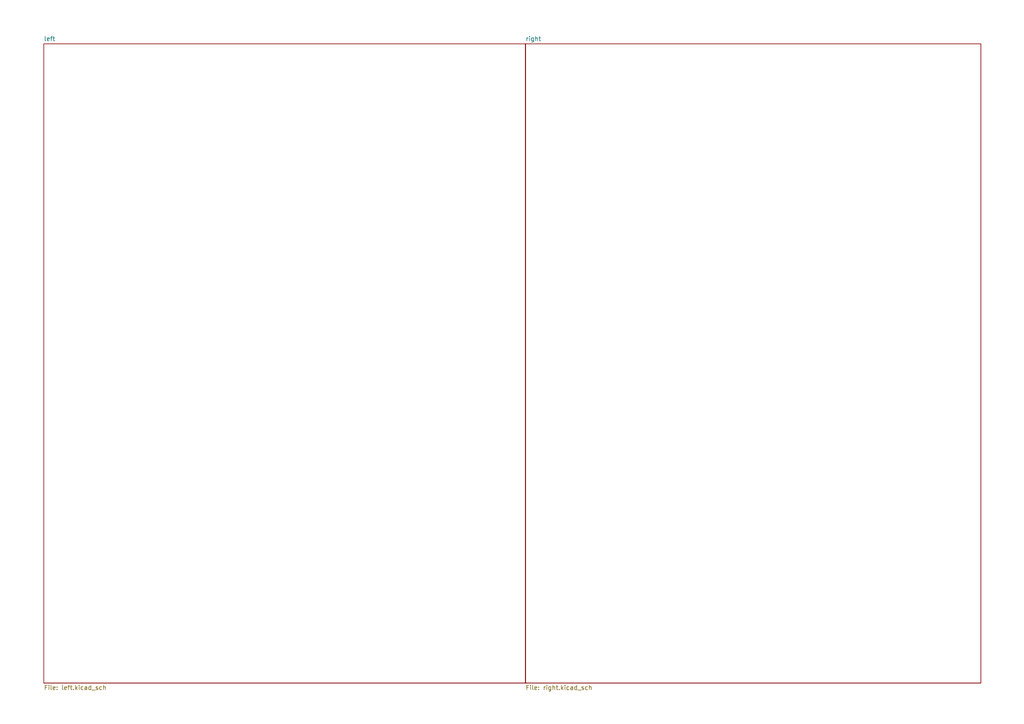
<source format=kicad_sch>
(kicad_sch
	(version 20250114)
	(generator "eeschema")
	(generator_version "9.0")
	(uuid "c908cfed-a459-4540-8b4a-5f952fdc511d")
	(paper "A4")
	(lib_symbols)
	(sheet
		(at 12.7 12.7)
		(size 139.7 185.42)
		(exclude_from_sim no)
		(in_bom yes)
		(on_board yes)
		(dnp no)
		(fields_autoplaced yes)
		(stroke
			(width 0.1524)
			(type solid)
		)
		(fill
			(color 0 0 0 0.0000)
		)
		(uuid "452dd27a-6713-454e-8515-dcd2dcea42cf")
		(property "Sheetname" "left"
			(at 12.7 11.9884 0)
			(effects
				(font
					(size 1.27 1.27)
				)
				(justify left bottom)
			)
		)
		(property "Sheetfile" "left.kicad_sch"
			(at 12.7 198.7046 0)
			(effects
				(font
					(size 1.27 1.27)
				)
				(justify left top)
			)
		)
		(instances
			(project "Chocolate"
				(path "/c908cfed-a459-4540-8b4a-5f952fdc511d"
					(page "2")
				)
			)
		)
	)
	(sheet
		(at 152.4 12.7)
		(size 132.08 185.42)
		(exclude_from_sim no)
		(in_bom yes)
		(on_board yes)
		(dnp no)
		(fields_autoplaced yes)
		(stroke
			(width 0.1524)
			(type solid)
		)
		(fill
			(color 0 0 0 0.0000)
		)
		(uuid "797fdd11-1739-4f43-b18d-5a18b85cc5ad")
		(property "Sheetname" "right"
			(at 152.4 11.9884 0)
			(effects
				(font
					(size 1.27 1.27)
				)
				(justify left bottom)
			)
		)
		(property "Sheetfile" "right.kicad_sch"
			(at 152.4 198.7046 0)
			(effects
				(font
					(size 1.27 1.27)
				)
				(justify left top)
			)
		)
		(instances
			(project "Chocolate"
				(path "/c908cfed-a459-4540-8b4a-5f952fdc511d"
					(page "3")
				)
			)
		)
	)
	(sheet_instances
		(path "/"
			(page "1")
		)
	)
	(embedded_fonts no)
)

</source>
